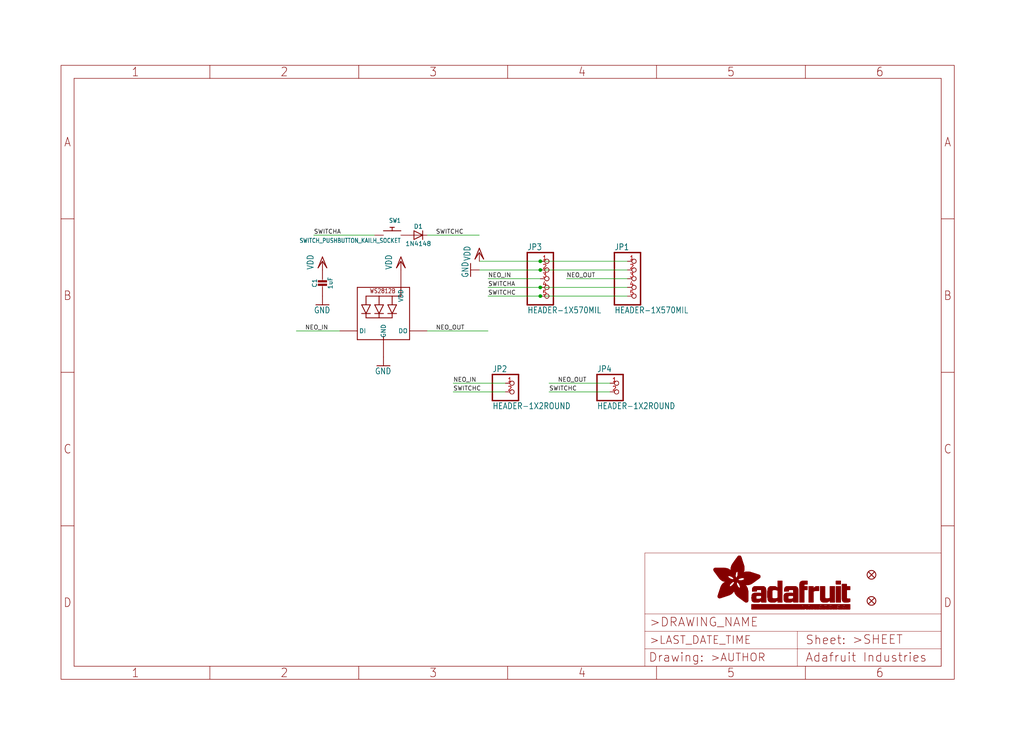
<source format=kicad_sch>
(kicad_sch (version 20211123) (generator eeschema)
  (paper "User" 298.45 217.881)
  (lib_symbols
    (symbol "schematicEagle-eagle-import:CAP_CERAMIC0603_NO"
      (property "Reference" "C" (at -2.29 1.25 90))
      (property "Value" "CAP_CERAMIC0603_NO" (at 2.3 1.25 90))
      (symbol "CAP_CERAMIC0603_NO_1_0"
        (pin passive line (at 0 5.08 270) (length 2.54) (name "1") (number "1"))
        (pin passive line (at 0 -2.54 90) (length 2.54) (name "2") (number "2"))
      )
    )
    (symbol "schematicEagle-eagle-import:DIODESOD-323"
      (property "Reference" "D" (at 0 2.54 0))
      (property "Value" "DIODESOD-323" (at 0 -2.5 0))
      (symbol "DIODESOD-323_1_0"
        (pin passive line (at -2.54 0 0) (length 2.54) (name "A") (number "A"))
        (pin passive line (at 2.54 0 180) (length 2.54) (name "C") (number "C"))
      )
    )
    (symbol "schematicEagle-eagle-import:FIDUCIAL_1MM")
    (symbol "schematicEagle-eagle-import:FRAME_A4_ADAFRUIT"
      (symbol "FRAME_A4_ADAFRUIT_0_0"
        (text "1" (at 21.6958 1.905 0) (effects (font (size 2.54 2.286))))
        (text "1" (at 21.6958 177.165 0) (effects (font (size 2.54 2.286))))
        (text "2" (at 65.0875 1.905 0) (effects (font (size 2.54 2.286))))
        (text "2" (at 65.0875 177.165 0) (effects (font (size 2.54 2.286))))
        (text "3" (at 108.4792 1.905 0) (effects (font (size 2.54 2.286))))
        (text "3" (at 108.4792 177.165 0) (effects (font (size 2.54 2.286))))
        (text "4" (at 151.8708 1.905 0) (effects (font (size 2.54 2.286))))
        (text "4" (at 151.8708 177.165 0) (effects (font (size 2.54 2.286))))
        (text "5" (at 195.2625 1.905 0) (effects (font (size 2.54 2.286))))
        (text "5" (at 195.2625 177.165 0) (effects (font (size 2.54 2.286))))
        (text "6" (at 238.6542 1.905 0) (effects (font (size 2.54 2.286))))
        (text "6" (at 238.6542 177.165 0) (effects (font (size 2.54 2.286))))
        (text "A" (at 1.905 156.6863 0) (effects (font (size 2.54 2.286))))
        (text "A" (at 258.445 156.6863 0) (effects (font (size 2.54 2.286))))
        (text "B" (at 1.905 111.9188 0) (effects (font (size 2.54 2.286))))
        (text "B" (at 258.445 111.9188 0) (effects (font (size 2.54 2.286))))
        (text "C" (at 1.905 67.1513 0) (effects (font (size 2.54 2.286))))
        (text "C" (at 258.445 67.1513 0) (effects (font (size 2.54 2.286))))
        (text "D" (at 1.905 22.3838 0) (effects (font (size 2.54 2.286))))
        (text "D" (at 258.445 22.3838 0) (effects (font (size 2.54 2.286))))
      )
      (symbol "FRAME_A4_ADAFRUIT_1_0"
        (text ">AUTHOR" (at 189.23 5.08 0) (effects (font (size 2.286 2.286)) (justify left bottom)))
        (text ">DRAWING_NAME" (at 171.45 15.24 0) (effects (font (size 2.54 2.54)) (justify left bottom)))
        (text ">LAST_DATE_TIME" (at 171.45 10.16 0) (effects (font (size 2.286 2.286)) (justify left bottom)))
        (text ">SHEET" (at 230.505 10.16 0) (effects (font (size 2.54 2.54)) (justify left bottom)))
        (text "Adafruit Industries" (at 216.916 4.953 0) (effects (font (size 2.54 2.54)) (justify left bottom)))
        (text "Drawing:" (at 171.196 4.953 0) (effects (font (size 2.54 2.54)) (justify left bottom)))
        (text "Sheet:" (at 216.916 10.033 0) (effects (font (size 2.54 2.54)) (justify left bottom)))
      )
    )
    (symbol "schematicEagle-eagle-import:GND" (power)
      (property "Value" "GND" (at -2.54 -2.54 0))
      (symbol "GND_1_0"
        (pin power_in line (at 0 2.54 270) (length 2.54) (name "GND") (number "1"))
      )
    )
    (symbol "schematicEagle-eagle-import:HEADER-1X2ROUND"
      (property "Reference" "JP" (at -6.35 5.715 0))
      (property "Value" "HEADER-1X2ROUND" (at -6.35 -5.08 0))
      (symbol "HEADER-1X2ROUND_1_0"
        (pin passive inverted (at -2.54 2.54 0) (length 2.54) (name "1") (number "1"))
        (pin passive inverted (at -2.54 0 0) (length 2.54) (name "2") (number "2"))
      )
    )
    (symbol "schematicEagle-eagle-import:HEADER-1X570MIL"
      (property "Reference" "JP" (at -6.35 8.255 0))
      (property "Value" "HEADER-1X570MIL" (at -6.35 -10.16 0))
      (symbol "HEADER-1X570MIL_1_0"
        (pin passive inverted (at -2.54 5.08 0) (length 2.54) (name "1") (number "1"))
        (pin passive inverted (at -2.54 2.54 0) (length 2.54) (name "2") (number "2"))
        (pin passive inverted (at -2.54 0 0) (length 2.54) (name "3") (number "3"))
        (pin passive inverted (at -2.54 -2.54 0) (length 2.54) (name "4") (number "4"))
        (pin passive inverted (at -2.54 -5.08 0) (length 2.54) (name "5") (number "5"))
      )
    )
    (symbol "schematicEagle-eagle-import:SWITCH_PUSHBUTTON_KAILH_SOCKET"
      (property "Reference" "SW" (at -2.54 3.556 0))
      (property "Value" "SWITCH_PUSHBUTTON_KAILH_SOCKET" (at -2.54 -2.286 0))
      (symbol "SWITCH_PUSHBUTTON_KAILH_SOCKET_1_0"
        (pin passive line (at -5.08 0 0) (length 2.54) (name "P$1") (number "1"))
        (pin passive line (at 5.08 0 180) (length 2.54) (name "P$2") (number "2"))
      )
    )
    (symbol "schematicEagle-eagle-import:VDD" (power)
      (property "Value" "VDD" (at -2.54 -2.54 90))
      (symbol "VDD_1_0"
        (pin power_in line (at 0 -2.54 90) (length 2.54) (name "VDD") (number "1"))
      )
    )
    (symbol "schematicEagle-eagle-import:WS2812B_SK6812E"
      (symbol "WS2812B_SK6812E_1_0"
        (text "WS2812B" (at -4.064 8.382 0) (effects (font (size 1.27 1.0795)) (justify left bottom)))
        (pin power_in line (at 5.08 15.24 270) (length 5.08) (name "VDD") (number "1-VDD"))
        (pin output line (at 12.7 -2.54 180) (length 5.08) (name "DO") (number "2-DOUT"))
        (pin power_in line (at 0 -10.16 90) (length 5.08) (name "GND") (number "3-GND"))
        (pin input line (at -12.7 -2.54 0) (length 5.08) (name "DI") (number "4-DIN"))
      )
    )
  )
  (junction (at 157.48 78.74))
  (junction (at 157.48 76.2))
  (junction (at 157.48 86.36))
  (junction (at 157.48 83.82))
  (wire (pts (xy 157.48 78.74) (xy 139.7 78.74)))
  (wire (pts (xy 182.88 78.74) (xy 157.48 78.74)))
  (wire (pts (xy 147.32 114.3) (xy 132.08 114.3)))
  (wire (pts (xy 182.88 86.36) (xy 157.48 86.36)))
  (wire (pts (xy 124.46 96.52) (xy 142.24 96.52)))
  (wire (pts (xy 157.48 76.2) (xy 139.7 76.2)))
  (wire (pts (xy 157.48 86.36) (xy 142.24 86.36)))
  (wire (pts (xy 157.48 76.2) (xy 182.88 76.2)))
  (wire (pts (xy 99.06 96.52) (xy 86.36 96.52)))
  (wire (pts (xy 177.8 114.3) (xy 160.02 114.3)))
  (wire (pts (xy 177.8 111.76) (xy 160.02 111.76)))
  (wire (pts (xy 157.48 81.28) (xy 142.24 81.28)))
  (wire (pts (xy 147.32 111.76) (xy 132.08 111.76)))
  (wire (pts (xy 109.22 68.58) (xy 91.44 68.58)))
  (wire (pts (xy 182.88 81.28) (xy 165.1 81.28)))
  (wire (pts (xy 157.48 83.82) (xy 142.24 83.82)))
  (wire (pts (xy 124.46 68.58) (xy 139.7 68.58)))
  (wire (pts (xy 157.48 83.82) (xy 182.88 83.82)))
  (label "NEO_OUT" (at 162.56 111.76 0) (effects (font (size 1.2446 1.2446))))
  (label "SWITCHA" (at 142.24 83.82 0) (effects (font (size 1.2446 1.2446))))
  (label "NEO_OUT" (at 165.1 81.28 0) (effects (font (size 1.2446 1.2446))))
  (label "SWITCHC" (at 160.02 114.3 0) (effects (font (size 1.2446 1.2446))))
  (label "SWITCHC" (at 132.08 114.3 0) (effects (font (size 1.2446 1.2446))))
  (label "NEO_IN" (at 132.08 111.76 0) (effects (font (size 1.2446 1.2446))))
  (label "NEO_OUT" (at 127 96.52 0) (effects (font (size 1.2446 1.2446))))
  (label "SWITCHC" (at 127 68.58 0) (effects (font (size 1.2446 1.2446))))
  (label "NEO_IN" (at 142.24 81.28 0) (effects (font (size 1.2446 1.2446))))
  (label "SWITCHC" (at 142.24 86.36 0) (effects (font (size 1.2446 1.2446))))
  (label "NEO_IN" (at 88.9 96.52 0) (effects (font (size 1.2446 1.2446))))
  (label "SWITCHA" (at 91.44 68.58 0) (effects (font (size 1.2446 1.2446))))
  (symbol (lib_id "schematicEagle-eagle-import:CAP_CERAMIC0603_NO") (at 93.98 83.82 0) (unit 1)
    (property "Reference" "C1" (at 91.69 82.57 90))
    (property "Value" "1uF" (at 96.28 82.57 90))
    (property "Footprint" "schematicEagle:0603-NO" (effects hide))
  )
  (symbol (lib_id "schematicEagle-eagle-import:FIDUCIAL_1MM") (at 254 175.26 0) (unit 1)
    (property "Reference" "FID3" (effects hide))
    (property "Value" "FIDUCIAL_1MM" (effects hide))
    (property "Footprint" "schematicEagle:FIDUCIAL_1MM" (effects hide))
  )
  (symbol (lib_id "schematicEagle-eagle-import:DIODESOD-323") (at 121.92 68.58 0) (unit 1)
    (property "Reference" "D1" (at 121.92 66.04 0))
    (property "Value" "1N4148" (at 121.92 71.08 0))
    (property "Footprint" "schematicEagle:SOD-323" (effects hide))
  )
  (symbol (lib_id "schematicEagle-eagle-import:SWITCH_PUSHBUTTON_KAILH_SOCKET") (at 114.3 68.58 0) (mirror y) (unit 1)
    (property "Reference" "SW1" (at 116.84 65.024 0) (effects (font (size 1.27 1.0795)) (justify left bottom)))
    (property "Value" "SWITCH_PUSHBUTTON_KAILH_SOCKET" (at 116.84 70.866 0) (effects (font (size 1.27 1.0795)) (justify left bottom)))
    (property "Footprint" "schematicEagle:KAILH_SOCKET" (effects hide))
  )
  (symbol (lib_id "schematicEagle-eagle-import:HEADER-1X570MIL") (at 185.42 81.28 0) (unit 1)
    (property "Reference" "JP1" (at 179.07 73.025 0) (effects (font (size 1.778 1.5113)) (justify left bottom)))
    (property "Value" "HEADER-1X570MIL" (at 179.07 91.44 0) (effects (font (size 1.778 1.5113)) (justify left bottom)))
    (property "Footprint" "schematicEagle:1X05_ROUND_70" (effects hide))
  )
  (symbol (lib_id "schematicEagle-eagle-import:VDD") (at 116.84 76.2 0) (unit 1)
    (property "Reference" "#VDD1" (effects hide))
    (property "Value" "VDD" (at 114.3 78.74 90) (effects (font (size 1.778 1.5113)) (justify left bottom)))
    (property "Footprint" "schematicEagle:" (effects hide))
  )
  (symbol (lib_id "schematicEagle-eagle-import:GND") (at 111.76 106.68 0) (unit 1)
    (property "Reference" "#GND1" (effects hide))
    (property "Value" "GND" (at 109.22 109.22 0) (effects (font (size 1.778 1.5113)) (justify left bottom)))
    (property "Footprint" "schematicEagle:" (effects hide))
  )
  (symbol (lib_id "schematicEagle-eagle-import:VDD") (at 93.98 76.2 0) (unit 1)
    (property "Reference" "#VDD3" (effects hide))
    (property "Value" "VDD" (at 91.44 78.74 90) (effects (font (size 1.778 1.5113)) (justify left bottom)))
    (property "Footprint" "schematicEagle:" (effects hide))
  )
  (symbol (lib_id "schematicEagle-eagle-import:FIDUCIAL_1MM") (at 254 167.64 0) (unit 1)
    (property "Reference" "FID4" (effects hide))
    (property "Value" "FIDUCIAL_1MM" (effects hide))
    (property "Footprint" "schematicEagle:FIDUCIAL_1MM" (effects hide))
  )
  (symbol (lib_id "schematicEagle-eagle-import:VDD") (at 139.7 73.66 0) (unit 1)
    (property "Reference" "#VDD2" (effects hide))
    (property "Value" "VDD" (at 137.16 76.2 90) (effects (font (size 1.778 1.5113)) (justify left bottom)))
    (property "Footprint" "schematicEagle:" (effects hide))
  )
  (symbol (lib_id "schematicEagle-eagle-import:GND") (at 93.98 88.9 0) (unit 1)
    (property "Reference" "#GND3" (effects hide))
    (property "Value" "GND" (at 91.44 91.44 0) (effects (font (size 1.778 1.5113)) (justify left bottom)))
    (property "Footprint" "schematicEagle:" (effects hide))
  )
  (symbol (lib_id "schematicEagle-eagle-import:GND") (at 137.16 78.74 270) (unit 1)
    (property "Reference" "#GND2" (effects hide))
    (property "Value" "GND" (at 134.62 76.2 0) (effects (font (size 1.778 1.5113)) (justify left bottom)))
    (property "Footprint" "schematicEagle:" (effects hide))
  )
  (symbol (lib_id "schematicEagle-eagle-import:FRAME_A4_ADAFRUIT") (at 17.78 198.12 0) (unit 1)
    (property "Reference" "#U$18" (effects hide))
    (property "Value" "FRAME_A4_ADAFRUIT" (effects hide))
    (property "Footprint" "schematicEagle:" (effects hide))
  )
  (symbol (lib_id "schematicEagle-eagle-import:WS2812B_SK6812E") (at 111.76 93.98 0) (unit 1)
    (property "Reference" "LED1" (effects hide))
    (property "Value" "WS2812B_SK6812E" (effects hide))
    (property "Footprint" "schematicEagle:NEO3535_REVERSE" (effects hide))
  )
  (symbol (lib_id "schematicEagle-eagle-import:HEADER-1X570MIL") (at 160.02 81.28 0) (unit 1)
    (property "Reference" "JP3" (at 153.67 73.025 0) (effects (font (size 1.778 1.5113)) (justify left bottom)))
    (property "Value" "HEADER-1X570MIL" (at 153.67 91.44 0) (effects (font (size 1.778 1.5113)) (justify left bottom)))
    (property "Footprint" "schematicEagle:1X05_ROUND_70" (effects hide))
  )
  (symbol (lib_id "schematicEagle-eagle-import:HEADER-1X2ROUND") (at 180.34 114.3 0) (unit 1)
    (property "Reference" "JP4" (at 173.99 108.585 0) (effects (font (size 1.778 1.5113)) (justify left bottom)))
    (property "Value" "HEADER-1X2ROUND" (at 173.99 119.38 0) (effects (font (size 1.778 1.5113)) (justify left bottom)))
    (property "Footprint" "schematicEagle:1X02_ROUND" (effects hide))
  )
  (symbol (lib_id "schematicEagle-eagle-import:HEADER-1X2ROUND") (at 149.86 114.3 0) (unit 1)
    (property "Reference" "JP2" (at 143.51 108.585 0) (effects (font (size 1.778 1.5113)) (justify left bottom)))
    (property "Value" "HEADER-1X2ROUND" (at 143.51 119.38 0) (effects (font (size 1.778 1.5113)) (justify left bottom)))
    (property "Footprint" "schematicEagle:1X02_ROUND" (effects hide))
  )
)
</source>
